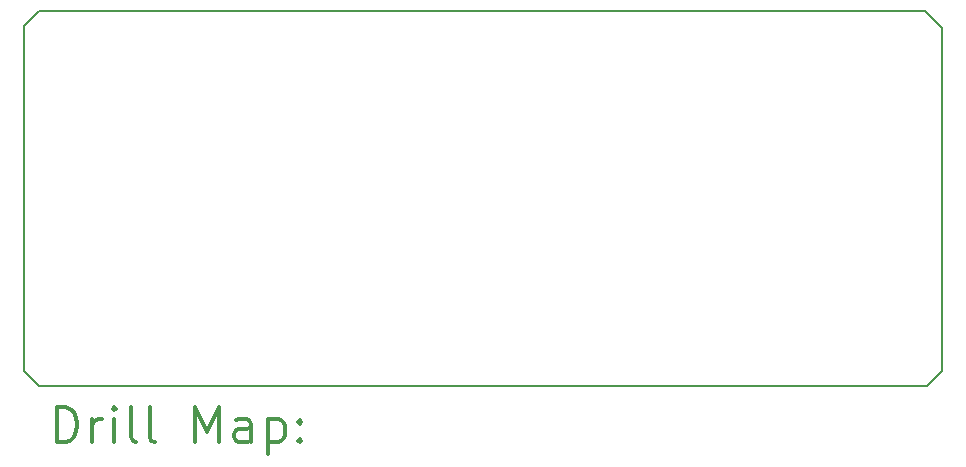
<source format=gbr>
%FSLAX45Y45*%
G04 Gerber Fmt 4.5, Leading zero omitted, Abs format (unit mm)*
G04 Created by KiCad (PCBNEW 5.0.2+dfsg1-1) date Sun 13 Jan 2019 01:36:37 GMT*
%MOMM*%
%LPD*%
G01*
G04 APERTURE LIST*
%ADD10C,0.150000*%
%ADD11C,0.200000*%
%ADD12C,0.300000*%
G04 APERTURE END LIST*
D10*
X11633200Y-8369300D02*
X11620500Y-8382000D01*
X11620500Y-11303000D02*
X11620500Y-8382000D01*
X11747500Y-11430000D02*
X11620500Y-11303000D01*
X19265900Y-11430000D02*
X11747500Y-11430000D01*
X19392900Y-11303000D02*
X19265900Y-11430000D01*
X19392900Y-8394700D02*
X19392900Y-11303000D01*
X19253200Y-8255000D02*
X19392900Y-8394700D01*
X11747500Y-8255000D02*
X19253200Y-8255000D01*
X11633200Y-8369300D02*
X11747500Y-8255000D01*
D11*
D12*
X11899428Y-11903214D02*
X11899428Y-11603214D01*
X11970857Y-11603214D01*
X12013714Y-11617500D01*
X12042286Y-11646071D01*
X12056571Y-11674643D01*
X12070857Y-11731786D01*
X12070857Y-11774643D01*
X12056571Y-11831786D01*
X12042286Y-11860357D01*
X12013714Y-11888929D01*
X11970857Y-11903214D01*
X11899428Y-11903214D01*
X12199428Y-11903214D02*
X12199428Y-11703214D01*
X12199428Y-11760357D02*
X12213714Y-11731786D01*
X12228000Y-11717500D01*
X12256571Y-11703214D01*
X12285143Y-11703214D01*
X12385143Y-11903214D02*
X12385143Y-11703214D01*
X12385143Y-11603214D02*
X12370857Y-11617500D01*
X12385143Y-11631786D01*
X12399428Y-11617500D01*
X12385143Y-11603214D01*
X12385143Y-11631786D01*
X12570857Y-11903214D02*
X12542286Y-11888929D01*
X12528000Y-11860357D01*
X12528000Y-11603214D01*
X12728000Y-11903214D02*
X12699428Y-11888929D01*
X12685143Y-11860357D01*
X12685143Y-11603214D01*
X13070857Y-11903214D02*
X13070857Y-11603214D01*
X13170857Y-11817500D01*
X13270857Y-11603214D01*
X13270857Y-11903214D01*
X13542286Y-11903214D02*
X13542286Y-11746071D01*
X13528000Y-11717500D01*
X13499428Y-11703214D01*
X13442286Y-11703214D01*
X13413714Y-11717500D01*
X13542286Y-11888929D02*
X13513714Y-11903214D01*
X13442286Y-11903214D01*
X13413714Y-11888929D01*
X13399428Y-11860357D01*
X13399428Y-11831786D01*
X13413714Y-11803214D01*
X13442286Y-11788929D01*
X13513714Y-11788929D01*
X13542286Y-11774643D01*
X13685143Y-11703214D02*
X13685143Y-12003214D01*
X13685143Y-11717500D02*
X13713714Y-11703214D01*
X13770857Y-11703214D01*
X13799428Y-11717500D01*
X13813714Y-11731786D01*
X13828000Y-11760357D01*
X13828000Y-11846071D01*
X13813714Y-11874643D01*
X13799428Y-11888929D01*
X13770857Y-11903214D01*
X13713714Y-11903214D01*
X13685143Y-11888929D01*
X13956571Y-11874643D02*
X13970857Y-11888929D01*
X13956571Y-11903214D01*
X13942286Y-11888929D01*
X13956571Y-11874643D01*
X13956571Y-11903214D01*
X13956571Y-11717500D02*
X13970857Y-11731786D01*
X13956571Y-11746071D01*
X13942286Y-11731786D01*
X13956571Y-11717500D01*
X13956571Y-11746071D01*
M02*

</source>
